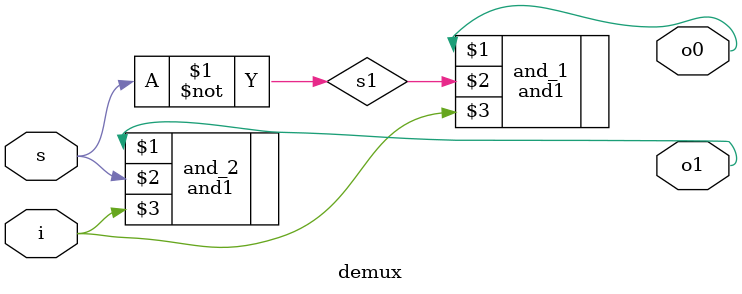
<source format=v>
module demux(output o0, o1, input s, i);

wire s1;

nand(s1, s);
and1 and_1(o0, s1, i);
and1 and_2(o1, s, i);

endmodule
</source>
